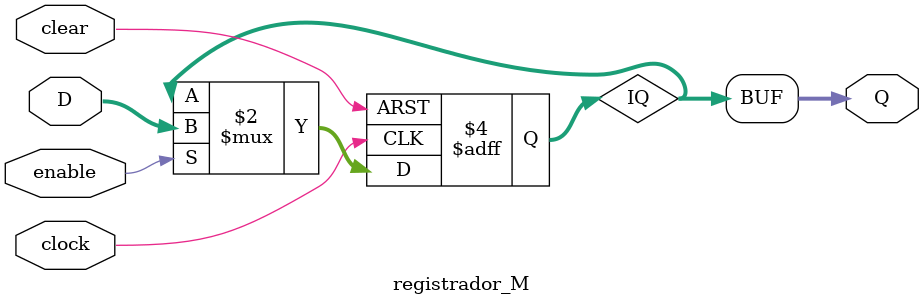
<source format=v>
module registrador_M #(parameter N = 4) (
    input        clock,
    input        clear,
    input        enable,
    input  [N-1:0] D,
    output [N-1:0] Q
);

    reg [N-1:0] IQ;

    always @(posedge clock or posedge clear) begin
        if (clear)
            IQ <= 0;
        else if (enable)
            IQ <= D;
    end

    assign Q = IQ;

endmodule
</source>
